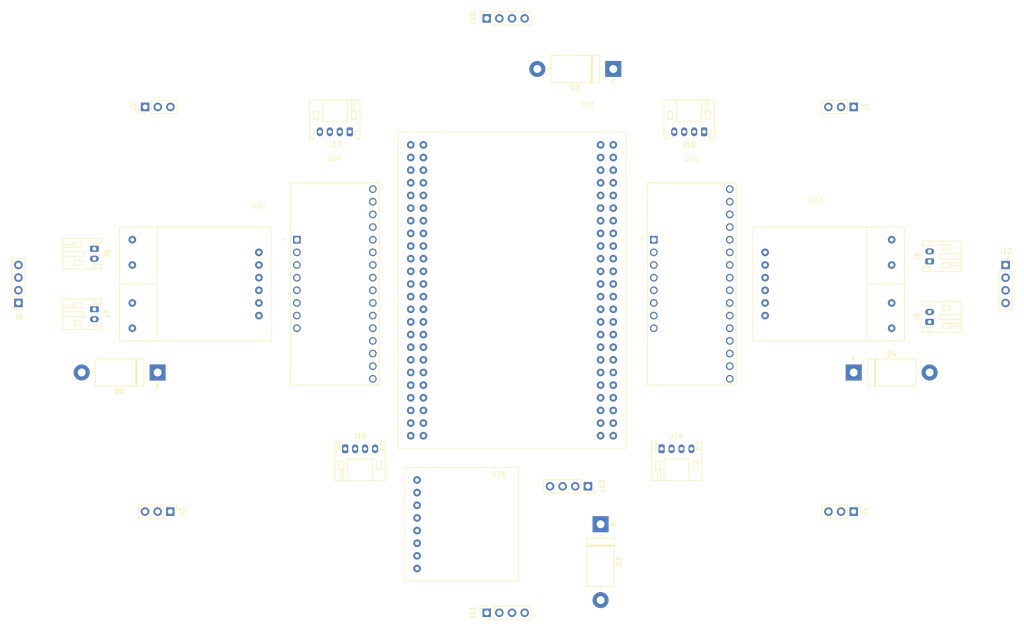
<source format=kicad_pcb>
(kicad_pcb (version 20240108) (generator "pcbnew") (generator_version "8.0")
  (layers (0 "F.Cu" signal) (31 "B.Cu" signal) (34 "B.Paste" user) (35 "F.Paste" user) (36 "B.SilkS" user "B.Silkscreen") (37 "F.SilkS" user "F.Silkscreen") (38 "B.Mask" user) (39 "F.Mask" user) (44 "Edge.Cuts" user))
  (net 0 "")
  (net 1 "/HCSR_ECHO")
  (net 2 "Net-(D1-A)")
  (net 3 "GNDD")
  (net 4 "Net-(D3-A)")
  (net 5 "Net-(D4-A)")
  (net 9 "/TIM1_CH1")
  (net 11 "/TIM1_CH4")
  (net 12 "/TIM10_CH3")
  (net 24 "/ENC3_A")
  (net 25 "/ENC2_A")
  (net 28 "+3.3V")
  (net 32 "/ENC4_B")
  (net 35 "/UART5_TX")
  (net 38 "/TIM1_CH2")
  (net 42 "/TIM10_CH4")
  (net 43 "/ENC3_B")
  (net 44 "/IR_MUX_SIG")
  (net 45 "/TIM10_CH1")
  (net 50 "/TIM10_CH2")
  (net 52 "/ENC4_A")
  (net 53 "/TIM1_CH3")
  (net 57 "/ENC1_B")
  (net 60 "/ENC1_A")
  (net 61 "/UART5_RX")
  (net 64 "/ENC2_B")
  (net 74 "/IR_MUX_S1")
  (net 77 "/IR_MUX_S0")
  (net 80 "/HCSR_MUX_EN")
  (net 88 "Net-(DD2-A-VCC)")
  (net 89 "Net-(DD2-B-GND)")
  (net 90 "+6V")
  (net 91 "Net-(DD2-B-VCC)")
  (net 92 "Net-(DD2-A-GND)")
  (net 93 "Net-(DD3-A-VCC)")
  (net 94 "Net-(DD3-B-GND)")
  (net 95 "Net-(DD3-B-VCC)")
  (net 96 "Net-(DD3-A-GND)")
  (net 104 "Net-(DD4-C3)")
  (net 106 "Net-(DD4-C2)")
  (net 109 "Net-(DD4-C0)")
  (net 111 "Net-(DD4-C1)")
  (net 117 "+5V")
  (net 118 "Net-(DD5-C0)")
  (net 123 "Net-(DD5-C3)")
  (net 124 "Net-(DD5-C1)")
  (net 125 "Net-(DD5-C2)")
  (net 130 "/INA_SCL")
  (net 131 "/INA_SDA")
  (net 134 "Net-(D2-A)")
  (footprint "Connector_JST:JST_PH_S4B-PH-K_1x04_P2.00mm_Horizontal" (layer "F.Cu") (at 116.74 118.36)
    (property "Reference" "J15" (at 3 -2.55 360) (layer "F.SilkS"))
    (property "Value" "Encoder3")
    (pad "1" thru_hole roundrect (at 0 0) (size 1.2 1.75) (drill 0.75) (layers "*.Cu" "*.Mask") (roundrect_rratio 0.208333) (net 28 "+3.3V"))
    (pad "2" thru_hole oval (at 2 0) (size 1.2 1.75) (drill 0.75) (layers "*.Cu" "*.Mask") (net 24 "/ENC3_A"))
    (pad "3" thru_hole oval (at 4 0) (size 1.2 1.75) (drill 0.75) (layers "*.Cu" "*.Mask") (net 43 "/ENC3_B"))
    (pad "4" thru_hole oval (at 6 0) (size 1.2 1.75) (drill 0.75) (layers "*.Cu" "*.Mask") (net 3 "GNDD"))
  )
  (footprint "Connector_JST:JST_PH_S4B-PH-K_1x04_P2.00mm_Horizontal" (layer "F.Cu") (at 117.66 54.68 180)
    (property "Reference" "J17" (at 3 -2.55 180) (layer "F.SilkS"))
    (property "Value" "Encoder1")
    (pad "1" thru_hole roundrect (at 0 0 180) (size 1.2 1.75) (drill 0.75) (layers "*.Cu" "*.Mask") (roundrect_rratio 0.208333) (net 28 "+3.3V"))
    (pad "2" thru_hole oval (at 2 0 180) (size 1.2 1.75) (drill 0.75) (layers "*.Cu" "*.Mask") (net 60 "/ENC1_A"))
    (pad "3" thru_hole oval (at 4 0 180) (size 1.2 1.75) (drill 0.75) (layers "*.Cu" "*.Mask") (net 57 "/ENC1_B"))
    (pad "4" thru_hole oval (at 6 0 180) (size 1.2 1.75) (drill 0.75) (layers "*.Cu" "*.Mask") (net 3 "GNDD"))
  )
  (footprint "Connector_JST:JST_PH_S4B-PH-K_1x04_P2.00mm_Horizontal" (layer "F.Cu") (at 180.24 118.36)
    (property "Reference" "J14" (at 3 -2.55 360) (layer "F.SilkS"))
    (property "Value" "Encoder4")
    (pad "1" thru_hole roundrect (at 0 0) (size 1.2 1.75) (drill 0.75) (layers "*.Cu" "*.Mask") (roundrect_rratio 0.208333) (net 28 "+3.3V"))
    (pad "2" thru_hole oval (at 2 0) (size 1.2 1.75) (drill 0.75) (layers "*.Cu" "*.Mask") (net 52 "/ENC4_A"))
    (pad "3" thru_hole oval (at 4 0) (size 1.2 1.75) (drill 0.75) (layers "*.Cu" "*.Mask") (net 32 "/ENC4_B"))
    (pad "4" thru_hole oval (at 6 0) (size 1.2 1.75) (drill 0.75) (layers "*.Cu" "*.Mask") (net 3 "GNDD"))
  )
  (footprint "INA226:INA226" (layer "F.Cu") (at 136.25 132.24)
    (property "Reference" "DD6" (at 11.43 -8.89 0) (layer "F.SilkS") (effects (font (thickness 0.1))))
    (property "Value" "~")
    (pad "0" thru_hole circle (at -5.08 -7.62) (size 1.524 1.524) (drill 0.762) (layers "*.Cu" "*.Mask"))
    (pad "1" thru_hole circle (at -5.08 -5.08) (size 1.524 1.524) (drill 0.762) (layers "*.Cu" "*.Mask"))
    (pad "2" thru_hole circle (at -5.08 -2.54) (size 1.524 1.524) (drill 0.762) (layers "*.Cu" "*.Mask") (net 90 "+6V"))
    (pad "3" thru_hole circle (at -5.08 0) (size 1.524 1.524) (drill 0.762) (layers "*.Cu" "*.Mask") (net 3 "GNDD"))
    (pad "4" thru_hole circle (at -5.08 2.54) (size 1.524 1.524) (drill 0.762) (layers "*.Cu" "*.Mask") (net 130 "/INA_SCL"))
    (pad "5" thru_hole circle (at -5.08 5.08) (size 1.524 1.524) (drill 0.762) (layers "*.Cu" "*.Mask") (net 131 "/INA_SDA"))
    (pad "6" thru_hole circle (at -5.08 7.62) (size 1.524 1.524) (drill 0.762) (layers "*.Cu" "*.Mask") (net 3 "GNDD"))
    (pad "7" thru_hole circle (at -5.08 10.16) (size 1.524 1.524) (drill 0.762) (layers "*.Cu" "*.Mask") (net 28 "+3.3V"))
  )
  (footprint "Connector_PinHeader_2.54mm:PinHeader_1x03_P2.54mm_Vertical" (layer "F.Cu") (at 76.59 49.69 90)
    (property "Reference" "J2" (at 0 -2.33 -90) (layer "F.SilkS"))
    (property "Value" "YL-63 ")
    (pad "1" thru_hole rect (at 0 0 90) (size 1.7 1.7) (drill 1) (layers "*.Cu" "*.Mask") (net 111 "Net-(DD4-C1)"))
    (pad "2" thru_hole oval (at 0 2.54 90) (size 1.7 1.7) (drill 1) (layers "*.Cu" "*.Mask") (net 28 "+3.3V"))
    (pad "3" thru_hole oval (at 0 5.08 90) (size 1.7 1.7) (drill 1) (layers "*.Cu" "*.Mask") (net 3 "GNDD"))
  )
  (footprint "Connector_PinSocket_2.54mm:PinSocket_1x04_P2.54mm_Vertical" (layer "F.Cu") (at 145.14 151.29 90)
    (property "Reference" "J11" (at 0 -2.77 90) (layer "F.SilkS"))
    (property "Value" "HC-SR04")
    (pad "1" thru_hole rect (at 0 0 90) (size 1.7 1.7) (drill 1) (layers "*.Cu" "*.Mask") (net 28 "+3.3V"))
    (pad "2" thru_hole oval (at 0 2.54 90) (size 1.7 1.7) (drill 1) (layers "*.Cu" "*.Mask") (net 125 "Net-(DD5-C2)"))
    (pad "3" thru_hole oval (at 0 5.08 90) (size 1.7 1.7) (drill 1) (layers "*.Cu" "*.Mask") (net 4 "Net-(D3-A)"))
    (pad "4" thru_hole oval (at 0 7.62 90) (size 1.7 1.7) (drill 1) (layers "*.Cu" "*.Mask") (net 3 "GNDD"))
  )
  (footprint "CH32V307VCT6_dev_board:CH32V307VCT6 dev board" (layer "F.Cu") (at 145.14 67.47)
    (property "Reference" "DD1" (at 20.32 -18.24 0) (layer "F.SilkS") (effects (font (thickness 0.1))))
    (property "Value" "~")
    (pad "0" thru_hole circle (at -15.24 -10.16) (size 1.524 1.524) (drill 0.762) (layers "*.Cu" "*.Mask") (net 28 "+3.3V"))
    (pad "1" thru_hole circle (at -12.7 -10.16) (size 1.524 1.524) (drill 0.762) (layers "*.Cu" "*.Mask") (net 3 "GNDD"))
    (pad "2" thru_hole circle (at -15.24 -7.62) (size 1.524 1.524) (drill 0.762) (layers "*.Cu" "*.Mask") (net 3 "GNDD"))
    (pad "3" thru_hole circle (at -12.7 -7.62) (size 1.524 1.524) (drill 0.762) (layers "*.Cu" "*.Mask"))
    (pad "4" thru_hole circle (at -15.24 -5.08) (size 1.524 1.524) (drill 0.762) (layers "*.Cu" "*.Mask"))
    (pad "5" thru_hole circle (at -12.7 -5.08) (size 1.524 1.524) (drill 0.762) (layers "*.Cu" "*.Mask"))
    (pad "6" thru_hole circle (at -15.24 -2.54) (size 1.524 1.524) (drill 0.762) (layers "*.Cu" "*.Mask") (net 52 "/ENC4_A"))
    (pad "7" thru_hole circle (at -12.7 -2.54) (size 1.524 1.524) (drill 0.762) (layers "*.Cu" "*.Mask") (net 32 "/ENC4_B"))
    (pad "8" thru_hole circle (at -15.24 0) (size 1.524 1.524) (drill 0.762) (layers "*.Cu" "*.Mask") (net 61 "/UART5_RX"))
    (pad "9" thru_hole circle (at -12.7 0) (size 1.524 1.524) (drill 0.762) (layers "*.Cu" "*.Mask") (net 35 "/UART5_TX"))
    (pad "10" thru_hole circle (at -15.24 2.54) (size 1.524 1.524) (drill 0.762) (layers "*.Cu" "*.Mask"))
    (pad "11" thru_hole circle (at -12.7 2.54) (size 1.524 1.524) (drill 0.762) (layers "*.Cu" "*.Mask") (net 42 "/TIM10_CH4"))
    (pad "12" thru_hole circle (at -15.24 5.08) (size 1.524 1.524) (drill 0.762) (layers "*.Cu" "*.Mask"))
    (pad "13" thru_hole circle (at -12.7 5.08) (size 1.524 1.524) (drill 0.762) (layers "*.Cu" "*.Mask") (net 12 "/TIM10_CH3"))
    (pad "14" thru_hole circle (at -15.24 7.62) (size 1.524 1.524) (drill 0.762) (layers "*.Cu" "*.Mask"))
    (pad "15" thru_hole circle (at -12.7 7.62) (size 1.524 1.524) (drill 0.762) (layers "*.Cu" "*.Mask") (net 50 "/TIM10_CH2"))
    (pad "16" thru_hole circle (at -15.24 10.16) (size 1.524 1.524) (drill 0.762) (layers "*.Cu" "*.Mask"))
    (pad "17" thru_hole circle (at -12.7 10.16) (size 1.524 1.524) (drill 0.762) (layers "*.Cu" "*.Mask") (net 45 "/TIM10_CH1"))
    (pad "18" thru_hole circle (at -15.24 12.7) (size 1.524 1.524) (drill 0.762) (layers "*.Cu" "*.Mask"))
    (pad "19" thru_hole circle (at -12.7 12.7) (size 1.524 1.524) (drill 0.762) (layers "*.Cu" "*.Mask"))
    (pad "20" thru_hole circle (at -15.24 15.24) (size 1.524 1.524) (drill 0.762) (layers "*.Cu" "*.Mask"))
    (pad "21" thru_hole circle (at -12.7 15.24) (size 1.524 1.524) (drill 0.762) (layers "*.Cu" "*.Mask"))
    (pad "22" thru_hole circle (at -15.24 17.78) (size 1.524 1.524) (drill 0.762) (layers "*.Cu" "*.Mask"))
    (pad "23" thru_hole circle (at -12.7 17.78) (size 1.524 1.524) (drill 0.762) (layers "*.Cu" "*.Mask"))
    (pad "24" thru_hole circle (at -15.24 20.32) (size 1.524 1.524) (drill 0.762) (layers "*.Cu" "*.Mask"))
    (pad "25" thru_hole circle (at -12.7 20.32) (size 1.524 1.524) (drill 0.762) (layers "*.Cu" "*.Mask"))
    (pad "26" thru_hole circle (at -15.24 22.86) (size 1.524 1.524) (drill 0.762) (layers "*.Cu" "*.Mask") (net 11 "/TIM1_CH4"))
    (pad "27" thru_hole circle (at -12.7 22.86) (size 1.524 1.524) (drill 0.762) (layers "*.Cu" "*.Mask") (net 53 "/TIM1_CH3"))
    (pad "28" thru_hole circle (at -15.24 25.4) (size 1.524 1.524) (drill 0.762) (layers "*.Cu" "*.Mask") (net 38 "/TIM1_CH2"))
    (pad "29" thru_hole circle (at -12.7 25.4) (size 1.524 1.524) (drill 0.762) (layers "*.Cu" "*.Mask") (net 9 "/TIM1_CH1"))
    (pad "30" thru_hole circle (at -15.24 27.94) (size 1.524 1.524) (drill 0.762) (layers "*.Cu" "*.Mask"))
    (pad "31" thru_hole circle (at -12.7 27.94) (size 1.524 1.524) (drill 0.762) (layers "*.Cu" "*.Mask"))
    (pad "32" thru_hole circle (at -15.24 30.48) (size 1.524 1.524) (drill 0.762) (layers "*.Cu" "*.Mask"))
    (pad "33" thru_hole circle (at -12.7 30.48) (size 1.524 1.524) (drill 0.762) (layers "*.Cu" "*.Mask"))
    (pad "34" thru_hole circle (at -15.24 33.02) (size 1.524 1.524) (drill 0.762) (layers "*.Cu" "*.Mask"))
    (pad "35" thru_hole circle (at -12.7 33.02) (size 1.524 1.524) (drill 0.762) (layers "*.Cu" "*.Mask"))
    (pad "36" thru_hole circle (at -15.24 35.56) (size 1.524 1.524) (drill 0.762) (layers "*.Cu" "*.Mask"))
    (pad "37" thru_hole circle (at -12.7 35.56) (size 1.524 1.524) (drill 0.762) (layers "*.Cu" "*.Mask"))
    (pad "38" thru_hole circle (at -15.24 38.1) (size 1.524 1.524) (drill 0.762) (layers "*.Cu" "*.Mask") (net 24 "/ENC3_A"))
    (pad "39" thru_hole circle (at -12.7 38.1) (size 1.524 1.524) (drill 0.762) (layers "*.Cu" "*.Mask"))
    (pad "40" thru_hole circle (at -15.24 40.64) (size 1.524 1.524) (drill 0.762) (layers "*.Cu" "*.Mask") (net 43 "/ENC3_B"))
    (pad "41" thru_hole circle (at -12.7 40.64) (size 1.524 1.524) (drill 0.762) (layers "*.Cu" "*.Mask"))
    (pad "42" thru_hole circle (at -15.24 43.18) (size 1.524 1.524) (drill 0.762) (layers "*.Cu" "*.Mask"))
    (pad "43" thru_hole circle (at -12.7 43.18) (size 1.524 1.524) (drill 0.762) (layers "*.Cu" "*.Mask"))
    (pad "44" thru_hole circle (at -15.24 45.72) (size 1.524 1.524) (drill 0.762) (layers "*.Cu" "*.Mask"))
    (pad "45" thru_hole circle (at -12.7 45.72) (size 1.524 1.524) (drill 0.762) (layers "*.Cu" "*.Mask"))
    (pad "46" thru_hole circle (at -15.24 48.26) (size 1.524 1.524) (drill 0.762) (layers "*.Cu" "*.Mask"))
    (pad "47" thru_hole circle (at -12.7 48.26) (size 1.524 1.524) (drill 0.762) (layers "*.Cu" "*.Mask") (net 3 "GNDD"))
    (pad "48" thru_hole circle (at 22.86 -10.16) (size 1.524 1.524) (drill 0.762) (layers "*.Cu" "*.Mask") (net 3 "GNDD"))
    (pad "49" thru_hole circle (at 25.4 -10.16) (size 1.524 1.524) (drill 0.762) (layers "*.Cu" "*.Mask") (net 3 "GNDD"))
    (pad "50" thru_hole circle (at 22.86 -7.62) (size 1.524 1.524) (drill 0.762) (layers "*.Cu" "*.Mask") (net 3 "GNDD"))
    (pad "51" thru_hole circle (at 25.4 -7.62) (size 1.524 1.524) (drill 0.762) (layers "*.Cu" "*.Mask") (net 3 "GNDD"))
    (pad "52" thru_hole circle (at 22.86 -5.08) (size 1.524 1.524) (drill 0.762) (layers "*.Cu" "*.Mask"))
    (pad "53" thru_hole circle (at 25.4 -5.08) (size 1.524 1.524) (drill 0.762) (layers "*.Cu" "*.Mask"))
    (pad "54" thru_hole circle (at 22.86 -2.54) (size 1.524 1.524) (drill 0.762) (layers "*.Cu" "*.Mask"))
    (pad "55" thru_hole circle (at 25.4 -2.54) (size 1.524 1.524) (drill 0.762) (layers "*.Cu" "*.Mask"))
    (pad "56" thru_hole circle (at 22.86 0) (size 1.524 1.524) (drill 0.762) (layers "*.Cu" "*.Mask"))
    (pad "57" thru_hole circle (at 25.4 0) (size 1.524 1.524) (drill 0.762) (layers "*.Cu" "*.Mask"))
    (pad "58" thru_hole circle (at 22.86 2.54) (size 1.524 1.524) (drill 0.762) (layers "*.Cu" "*.Mask"))
    (pad "59" thru_hole circle (at 25.4 2.54) (size 1.524 1.524) (drill 0.762) (layers "*.Cu" "*.Mask") (net 80 "/HCSR_MUX_EN"))
    (pad "60" thru_hole circle (at 22.86 5.08) (size 1.524 1.524) (drill 0.762) (layers "*.Cu" "*.Mask"))
    (pad "61" thru_hole circle (at 25.4 5.08) (size 1.524 1.524) (drill 0.762) (layers "*.Cu" "*.Mask"))
    (pad "62" thru_hole circle (at 22.86 7.62) (size 1.524 1.524) (drill 0.762) (layers "*.Cu" "*.Mask") (net 77 "/IR_MUX_S0"))
    (pad "63" thru_hole circle (at 25.4 7.62) (size 1.524 1.524) (drill 0.762) (layers "*.Cu" "*.Mask") (net 74 "/IR_MUX_S1"))
    (pad "64" thru_hole circle (at 22.86 10.16) (size 1.524 1.524) (drill 0.762) (layers "*.Cu" "*.Mask") (net 44 "/IR_MUX_SIG"))
    (pad "65" thru_hole circle (at 25.4 10.16) (size 1.524 1.524) (drill 0.762) (layers "*.Cu" "*.Mask") (net 1 "/HCSR_ECHO"))
    (pad "66" thru_hole circle (at 22.86 12.7) (size 1.524 1.524) (drill 0.762) (layers "*.Cu" "*.Mask") (net 60 "/ENC1_A"))
    (pad "67" thru_hole circle (at 25.4 12.7) (size 1.524 1.524) (drill 0.762) (layers "*.Cu" "*.Mask") (net 57 "/ENC1_B"))
    (pad "68" thru_hole circle (at 22.86 15.24) (size 1.524 1.524) (drill 0.762) (layers "*.Cu" "*.Mask") (net 25 "/ENC2_A"))
    (pad "69" thru_hole circle (at 25.4 15.24) (size 1.524 1.524) (drill 0.762) (layers "*.Cu" "*.Mask") (net 64 "/ENC2_B"))
    (pad "70" thru_hole circle (at 22.86 17.78) (size 1.524 1.524) (drill 0.762) (layers "*.Cu" "*.Mask"))
    (pad "71" thru_hole circle (at 25.4 17.78) (size 1.524 1.524) (drill 0.762) (layers "*.Cu" "*.Mask"))
    (pad "72" thru_hole circle (at 22.86 20.32) (size 1.524 1.524) (drill 0.762) (layers "*.Cu" "*.Mask"))
    (pad "73" thru_hole circle (at 25.4 20.32) (size 1.524 1.524) (drill 0.762) (layers "*.Cu" "*.Mask"))
    (pad "74" thru_hole circle (at 22.86 22.86) (size 1.524 1.524) (drill 0.762) (layers "*.Cu" "*.Mask"))
    (pad "75" thru_hole circle (at 25.4 22.86) (size 1.524 1.524) (drill 0.762) (layers "*.Cu" "*.Mask"))
    (pad "76" thru_hole circle (at 22.86 25.4) (size 1.524 1.524) (drill 0.762) (layers "*.Cu" "*.Mask"))
    (pad "77" thru_hole circle (at 25.4 25.4) (size 1.524 1.524) (drill 0.762) (layers "*.Cu" "*.Mask"))
    (pad "78" thru_hole circle (at 22.86 27.94) (size 1.524 1.524) (drill 0.762) (layers "*.Cu" "*.Mask"))
    (pad "79" thru_hole circle (at 25.4 27.94) (size 1.524 1.524) (drill 0.762) (layers "*.Cu" "*.Mask"))
    (pad "80" thru_hole circle (at 22.86 30.48) (size 1.524 1.524) (drill 0.762) (layers "*.Cu" "*.Mask"))
    (pad "81" thru_hole circle (at 25.4 30.48) (size 1.524 1.524) (drill 0.762) (layers "*.Cu" "*.Mask"))
    (pad "82" thru_hole circle (at 22.86 33.02) (size 1.524 1.524) (drill 0.762) (layers "*.Cu" "*.Mask"))
    (pad "83" thru_hole circle (at 25.4 33.02) (size 1.524 1.524) (drill 0.762) (layers "*.Cu" "*.Mask"))
    (pad "84" thru_hole circle (at 22.86 35.56) (size 1.524 1.524) (drill 0.762) (layers "*.Cu" "*.Mask"))
    (pad "85" thru_hole circle (at 25.4 35.56) (size 1.524 1.524) (drill 0.762) (layers "*.Cu" "*.Mask"))
    (pad "86" thru_hole circle (at 22.86 38.1) (size 1.524 1.524) (drill 0.762) (layers "*.Cu" "*.Mask"))
    (pad "87" thru_hole circle (at 25.4 38.1) (size 1.524 1.524) (drill 0.762) (layers "*.Cu" "*.Mask"))
    (pad "88" thru_hole circle (at 22.86 40.64) (size 1.524 1.524) (drill 0.762) (layers "*.Cu" "*.Mask"))
    (pad "89" thru_hole circle (at 25.4 40.64) (size 1.524 1.524) (drill 0.762) (layers "*.Cu" "*.Mask"))
    (pad "90" thru_hole circle (at 22.86 43.18) (size 1.524 1.524) (drill 0.762) (layers "*.Cu" "*.Mask") (net 3 "GNDD"))
    (pad "91" thru_hole circle (at 25.4 43.18) (size 1.524 1.524) (drill 0.762) (layers "*.Cu" "*.Mask") (net 28 "+3.3V"))
    (pad "92" thru_hole circle (at 22.86 45.72) (size 1.524 1.524) (drill 0.762) (layers "*.Cu" "*.Mask") (net 3 "GNDD"))
    (pad "93" thru_hole circle (at 25.4 45.72) (size 1.524 1.524) (drill 0.762) (layers "*.Cu" "*.Mask") (net 28 "+3.3V"))
    (pad "94" thru_hole circle (at 22.86 48.26) (size 1.524 1.524) (drill 0.762) (layers "*.Cu" "*.Mask") (net 3 "GNDD"))
    (pad "95" thru_hole circle (at 25.4 48.26) (size 1.524 1.524) (drill 0.762) (layers "*.Cu" "*.Mask") (net 28 "+3.3V"))
  )
  (footprint "Connector_PinSocket_2.54mm:PinSocket_1x04_P2.54mm_Vertical" (layer "F.Cu") (at 145.14 31.91 90)
    (property "Reference" "J10" (at 0 -2.77 90) (layer "F.SilkS"))
    (property "Value" "HC-SR04")
    (pad "1" thru_hole rect (at 0 0 90) (size 1.7 1.7) (drill 1) (layers "*.Cu" "*.Mask") (net 28 "+3.3V"))
    (pad "2" thru_hole oval (at 0 2.54 90) (size 1.7 1.7) (drill 1) (layers "*.Cu" "*.Mask") (net 124 "Net-(DD5-C1)"))
    (pad "3" thru_hole oval (at 0 5.08 90) (size 1.7 1.7) (drill 1) (layers "*.Cu" "*.Mask") (net 134 "Net-(D2-A)"))
    (pad "4" thru_hole oval (at 0 7.62 90) (size 1.7 1.7) (drill 1) (layers "*.Cu" "*.Mask") (net 3 "GNDD"))
  )
  (footprint "Connector_JST:JST_PH_S2B-PH-K_1x02_P2.00mm_Horizontal" (layer "F.Cu") (at 66.4 78.17 -90)
    (property "Reference" "J8" (at 1 -2.55 90) (layer "F.SilkS"))
    (property "Value" "DC_Conn")
    (pad "1" thru_hole roundrect (at 0 0 270) (size 1.2 1.75) (drill 0.75) (layers "*.Cu" "*.Mask") (roundrect_rratio 0.208333) (net 91 "Net-(DD2-B-VCC)"))
    (pad "2" thru_hole oval (at 2 0 270) (size 1.2 1.75) (drill 0.75) (layers "*.Cu" "*.Mask") (net 89 "Net-(DD2-B-GND)"))
  )
  (footprint "Connector_JST:JST_PH_S4B-PH-K_1x04_P2.00mm_Horizontal" (layer "F.Cu") (at 188.78 54.68 180)
    (property "Reference" "J16" (at 3 -2.55 180) (layer "F.SilkS"))
    (property "Value" "Encoder2")
    (pad "1" thru_hole roundrect (at 0 0 180) (size 1.2 1.75) (drill 0.75) (layers "*.Cu" "*.Mask") (roundrect_rratio 0.208333) (net 28 "+3.3V"))
    (pad "2" thru_hole oval (at 2 0 180) (size 1.2 1.75) (drill 0.75) (layers "*.Cu" "*.Mask") (net 25 "/ENC2_A"))
    (pad "3" thru_hole oval (at 4 0 180) (size 1.2 1.75) (drill 0.75) (layers "*.Cu" "*.Mask") (net 64 "/ENC2_B"))
    (pad "4" thru_hole oval (at 6 0 180) (size 1.2 1.75) (drill 0.75) (layers "*.Cu" "*.Mask") (net 3 "GNDD"))
  )
  (footprint "Connector_PinSocket_2.54mm:PinSocket_1x04_P2.54mm_Vertical" (layer "F.Cu") (at 165.46 125.89 -90)
    (property "Reference" "J13" (at 0 -2.77 -90) (layer "F.SilkS"))
    (property "Value" "UART_CMD_IFACE")
    (pad "1" thru_hole rect (at 0 0 270) (size 1.7 1.7) (drill 1) (layers "*.Cu" "*.Mask") (net 28 "+3.3V"))
    (pad "2" thru_hole oval (at 0 2.54 270) (size 1.7 1.7) (drill 1) (layers "*.Cu" "*.Mask") (net 61 "/UART5_RX"))
    (pad "3" thru_hole oval (at 0 5.08 270) (size 1.7 1.7) (drill 1) (layers "*.Cu" "*.Mask") (net 35 "/UART5_TX"))
    (pad "4" thru_hole oval (at 0 7.62 270) (size 1.7 1.7) (drill 1) (layers "*.Cu" "*.Mask") (net 3 "GNDD"))
  )
  (footprint "Connector_PinHeader_2.54mm:PinHeader_1x03_P2.54mm_Vertical" (layer "F.Cu") (at 81.64 130.97 -90)
    (property "Reference" "J3" (at 0 -2.33 90) (layer "F.SilkS"))
    (property "Value" "YL-63 ")
    (pad "1" thru_hole rect (at 0 0 270) (size 1.7 1.7) (drill 1) (layers "*.Cu" "*.Mask") (net 106 "Net-(DD4-C2)"))
    (pad "2" thru_hole oval (at 0 2.54 270) (size 1.7 1.7) (drill 1) (layers "*.Cu" "*.Mask") (net 28 "+3.3V"))
    (pad "3" thru_hole oval (at 0 5.08 270) (size 1.7 1.7) (drill 1) (layers "*.Cu" "*.Mask") (net 3 "GNDD"))
  )
  (footprint "Diode_THT:D_DO-201AD_P15.24mm_Horizontal" (layer "F.Cu") (at 170.54 42.07 180)
    (property "Reference" "D2" (at 7.62 -3.72 180) (layer "F.SilkS"))
    (property "Value" "1N5820")
    (fp_text user "K" (at 0 -2.6 180) (layer "F.SilkS"))
    (pad "1" thru_hole rect (at 0 0 180) (size 3.2 3.2) (drill 1.6) (layers "*.Cu" "*.Mask") (net 1 "/HCSR_ECHO"))
    (pad "2" thru_hole oval (at 15.24 0 180) (size 3.2 3.2) (drill 1.6) (layers "*.Cu" "*.Mask") (net 134 "Net-(D2-A)"))
  )
  (footprint "Diode_THT:D_DO-201AD_P15.24mm_Horizontal" (layer "F.Cu") (at 218.8 103.03)
    (property "Reference" "D4" (at 7.62 -3.72 0) (layer "F.SilkS"))
    (property "Value" "1N5820")
    (fp_text user "K" (at 0 -2.6 0) (layer "F.SilkS"))
    (pad "1" thru_hole rect (at 0 0) (size 3.2 3.2) (drill 1.6) (layers "*.Cu" "*.Mask") (net 1 "/HCSR_ECHO"))
    (pad "2" thru_hole oval (at 15.24 0) (size 3.2 3.2) (drill 1.6) (layers "*.Cu" "*.Mask") (net 5 "Net-(D4-A)"))
  )
  (footprint "CD74HC4067_good:CD74HC4067_GOOD" (layer "F.Cu") (at 114.66 75.34)
    (property "Reference" "DD4" (at 0 -15.24 0) (layer "F.SilkS") (effects (font (thickness 0.1))))
    (property "Value" "~")
    (pad "0" thru_hole rect (at -7.62 1.02) (size 1.53 1.53) (drill 1.02) (layers "*.Cu" "*.Mask") (net 3 "GNDD"))
    (pad "1" thru_hole circle (at -7.62 3.56) (size 1.53 1.53) (drill 1.02) (layers "*.Cu" "*.Mask") (net 28 "+3.3V"))
    (pad "2" thru_hole circle (at -7.62 6.1) (size 1.53 1.53) (drill 1.02) (layers "*.Cu" "*.Mask") (net 3 "GNDD"))
    (pad "3" thru_hole circle (at -7.62 8.64) (size 1.53 1.53) (drill 1.02) (layers "*.Cu" "*.Mask") (net 77 "/IR_MUX_S0"))
    (pad "4" thru_hole circle (at -7.62 11.18) (size 1.53 1.53) (drill 1.02) (layers "*.Cu" "*.Mask") (net 74 "/IR_MUX_S1"))
    (pad "5" thru_hole circle (at -7.62 13.72) (size 1.53 1.53) (drill 1.02) (layers "*.Cu" "*.Mask") (net 3 "GNDD"))
    (pad "6" thru_hole circle (at -7.62 16.26) (size 1.53 1.53) (drill 1.02) (layers "*.Cu" "*.Mask") (net 3 "GNDD"))
    (pad "7" thru_hole circle (at -7.62 18.8) (size 1.53 1.53) (drill 1.02) (layers "*.Cu" "*.Mask") (net 44 "/IR_MUX_SIG"))
    (pad "8" thru_hole circle (at 7.62 -9.14) (size 1.53 1.53) (drill 1.02) (layers "*.Cu" "*.Mask") (net 109 "Net-(DD4-C0)"))
    (pad "9" thru_hole circle (at 7.62 -6.6) (size 1.53 1.53) (drill 1.02) (layers "*.Cu" "*.Mask") (net 111 "Net-(DD4-C1)"))
    (pad "10" thru_hole circle (at 7.62 -4.06) (size 1.53 1.53) (drill 1.02) (layers "*.Cu" "*.Mask") (net 106 "Net-(DD4-C2)"))
    (pad "11" thru_hole circle (at 7.62 -1.52) (size 1.53 1.53) (drill 1.02) (layers "*.Cu" "*.Mask") (net 104 "Net-(DD4-C3)"))
    (pad "12" thru_hole circle (at 7.62 1.02) (size 1.53 1.53) (drill 1.02) (layers "*.Cu" "*.Mask"))
    (pad "13" thru_hole circle (at 7.62 3.56) (size 1.53 1.53) (drill 1.02) (layers "*.Cu" "*.Mask"))
    (pad "14" thru_hole circle (at 7.62 6.1) (size 1.53 1.53) (drill 1.02) (layers "*.Cu" "*.Mask"))
    (pad "15" thru_hole circle (at 7.62 8.64) (size 1.53 1.53) (drill 1.02) (layers "*.Cu" "*.Mask"))
    (pad "16" thru_hole circle (at 7.62 11.18) (size 1.53 1.53) (drill 1.02) (layers "*.Cu" "*.Mask"))
    (pad "17" thru_hole circle (at 7.62 13.72) (size 1.53 1.53) (drill 1.02) (layers "*.Cu" "*.Mask"))
    (pad "18" thru_hole circle (at 7.62 16.26) (size 1.53 1.53) (drill 1.02) (layers "*.Cu" "*.Mask"))
    (pad "19" thru_hole circle (at 7.62 18.8) (size 1.53 1.53) (drill 1.02) (layers "*.Cu" "*.Mask"))
    (pad "20" thru_hole circle (at 7.62 21.34) (size 1.53 1.53) (drill 1.02) (layers "*.Cu" "*.Mask"))
    (pad "21" thru_hole circle (at 7.62 23.88) (size 1.53 1.53) (drill 1.02) (layers "*.Cu" "*.Mask"))
    (pad "22" thru_hole circle (at 7.62 26.42) (size 1.53 1.53) (drill 1.02) (layers "*.Cu" "*.Mask"))
    (pad "23" thru_hole circle (at 7.62 28.96) (size 1.53 1.53) (drill 1.02) (layers "*.Cu" "*.Mask"))
  )
  (footprint "Diode_THT:D_DO-201AD_P15.24mm_Horizontal" (layer "F.Cu") (at 79.1 103.03 180)
    (property "Reference" "D1" (at 7.62 -3.72 180) (layer "F.SilkS"))
    (property "Value" "1N5820")
    (fp_text user "K" (at 0 -2.6 180) (layer "F.SilkS"))
    (pad "1" thru_hole rect (at 0 0 180) (size 3.2 3.2) (drill 1.6) (layers "*.Cu" "*.Mask") (net 1 "/HCSR_ECHO"))
    (pad "2" thru_hole oval (at 15.24 0 180) (size 3.2 3.2) (drill 1.6) (layers "*.Cu" "*.Mask") (net 2 "Net-(D1-A)"))
  )
  (footprint "L9110S:L9110S" (layer "F.Cu") (at 211.18 81.44)
    (property "Reference" "DD3" (at 0 -13 0) (layer "F.SilkS") (effects (font (thickness 0.1))))
    (property "Value" "~")
    (pad "0" thru_hole circle (at -10.16 -2.54) (size 1.524 1.524) (drill 0.762) (layers "*.Cu" "*.Mask") (net 9 "/TIM1_CH1"))
    (pad "1" thru_hole circle (at -10.16 0) (size 1.524 1.524) (drill 0.762) (layers "*.Cu" "*.Mask") (net 38 "/TIM1_CH2"))
    (pad "2" thru_hole circle (at -10.16 2.54) (size 1.524 1.524) (drill 0.762) (layers "*.Cu" "*.Mask") (net 3 "GNDD"))
    (pad "3" thru_hole circle (at -10.16 5.08) (size 1.524 1.524) (drill 0.762) (layers "*.Cu" "*.Mask") (net 90 "+6V"))
    (pad "4" thru_hole circle (at -10.16 7.62) (size 1.524 1.524) (drill 0.762) (layers "*.Cu" "*.Mask") (net 53 "/TIM1_CH3"))
    (pad "5" thru_hole circle (at -10.16 10.16) (size 1.524 1.524) (drill 0.762) (layers "*.Cu" "*.Mask") (net 11 "/TIM1_CH4"))
    (pad "6" thru_hole circle (at 15.24 -5.08) (size 1.524 1.524) (drill 0.762) (layers "*.Cu" "*.Mask") (net 93 "Net-(DD3-A-VCC)"))
    (pad "7" thru_hole circle (at 15.24 0) (size 1.524 1.524) (drill 0.762) (layers "*.Cu" "*.Mask") (net 96 "Net-(DD3-A-GND)"))
    (pad "8" thru_hole circle (at 15.24 7.62) (size 1.524 1.524) (drill 0.762) (layers "*.Cu" "*.Mask") (net 95 "Net-(DD3-B-VCC)"))
    (pad "9" thru_hole circle (at 15.24 12.7) (size 1.524 1.524) (drill 0.762) (layers "*.Cu" "*.Mask") (net 94 "Net-(DD3-B-GND)"))
  )
  (footprint "Connector_JST:JST_PH_S2B-PH-K_1x02_P2.00mm_Horizontal" (layer "F.Cu") (at 234.04 80.71 90)
    (property "Reference" "J5" (at 1 -2.55 270) (layer "F.SilkS"))
    (property "Value" "DC_Conn")
    (pad "1" thru_hole roundrect (at 0 0 90) (size 1.2 1.75) (drill 0.75) (layers "*.Cu" "*.Mask") (roundrect_rratio 0.208333) (net 93 "Net-(DD3-A-VCC)"))
    (pad "2" thru_hole oval (at 2 0 90) (size 1.2 1.75) (drill 0.75) (layers "*.Cu" "*.Mask") (net 96 "Net-(DD3-A-GND)"))
  )
  (footprint "Connector_PinHeader_2.54mm:PinHeader_1x03_P2.54mm_Vertical" (layer "F.Cu") (at 218.8 49.69 -90)
    (property "Reference" "J1" (at 0 -2.33 90) (layer "F.SilkS"))
    (property "Value" "YL-63 ")
    (pad "1" thru_hole rect (at 0 0 270) (size 1.7 1.7) (drill 1) (layers "*.Cu" "*.Mask") (net 109 "Net-(DD4-C0)"))
    (pad "2" thru_hole oval (at 0 2.54 270) (size 1.7 1.7) (drill 1) (layers "*.Cu" "*.Mask") (net 28 "+3.3V"))
    (pad "3" thru_hole oval (at 0 5.08 270) (size 1.7 1.7) (drill 1) (layers "*.Cu" "*.Mask") (net 3 "GNDD"))
  )
  (footprint "CD74HC4067_good:CD74HC4067_GOOD" (layer "F.Cu") (at 186.2975 75.34)
    (property "Reference" "DD5" (at 0 -15.24 0) (layer "F.SilkS") (effects (font (thickness 0.1))))
    (property "Value" "~")
    (pad "0" thru_hole rect (at -7.62 1.02) (size 1.53 1.53) (drill 1.02) (layers "*.Cu" "*.Mask") (net 3 "GNDD"))
    (pad "1" thru_hole circle (at -7.62 3.56) (size 1.53 1.53) (drill 1.02) (layers "*.Cu" "*.Mask") (net 117 "+5V"))
    (pad "2" thru_hole circle (at -7.62 6.1) (size 1.53 1.53) (drill 1.02) (layers "*.Cu" "*.Mask") (net 80 "/HCSR_MUX_EN"))
    (pad "3" thru_hole circle (at -7.62 8.64) (size 1.53 1.53) (drill 1.02) (layers "*.Cu" "*.Mask") (net 28 "+3.3V"))
    (pad "4" thru_hole circle (at -7.62 11.18) (size 1.53 1.53) (drill 1.02) (layers "*.Cu" "*.Mask") (net 28 "+3.3V"))
    (pad "5" thru_hole circle (at -7.62 13.72) (size 1.53 1.53) (drill 1.02) (layers "*.Cu" "*.Mask") (net 3 "GNDD"))
    (pad "6" thru_hole circle (at -7.62 16.26) (size 1.53 1.53) (drill 1.02) (layers "*.Cu" "*.Mask") (net 3 "GNDD"))
    (pad "7" thru_hole circle (at -7.62 18.8) (size 1.53 1.53) (drill 1.02) (layers "*.Cu" "*.Mask") (net 117 "+5V"))
    (pad "8" thru_hole circle (at 7.62 -9.14) (size 1.53 1.53) (drill 1.02) (layers "*.Cu" "*.Mask") (net 118 "Net-(DD5-C0)"))
    (pad "9" thru_hole circle (at 7.62 -6.6) (size 1.53 1.53) (drill 1.02) (layers "*.Cu" "*.Mask") (net 124 "Net-(DD5-C1)"))
    (pad "10" thru_hole circle (at 7.62 -4.06) (size 1.53 1.53) (drill 1.02) (layers "*.Cu" "*.Mask") (net 125 "Net-(DD5-C2)"))
    (pad "11" thru_hole circle (at 7.62 -1.52) (size 1.53 1.53) (drill 1.02) (layers "*.Cu" "*.Mask") (net 123 "Net-(DD5-C3)"))
    (pad "12" thru_hole circle (at 7.62 1.02) (size 1.53 1.53) (drill 1.02) (layers "*.Cu" "*.Mask"))
    (pad "13" thru_hole circle (at 7.62 3.56) (size 1.53 1.53) (drill 1.02) (layers "*.Cu" "*.Mask"))
    (pad "14" thru_hole circle (at 7.62 6.1) (size 1.53 1.53) (drill 1.02) (layers "*.Cu" "*.Mask"))
    (pad "15" thru_hole circle (at 7.62 8.64) (size 1.53 1.53) (drill 1.02) (layers "*.Cu" "*.Mask"))
    (pad "16" thru_hole circle (at 7.62 11.18) (size 1.53 1.53) (drill 1.02) (layers "*.Cu" "*.Mask"))
    (pad "17" thru_hole circle (at 7.62 13.72) (size 1.53 1.53) (drill 1.02) (layers "*.Cu" "*.Mask"))
    (pad "18" thru_hole circle (at 7.62 16.26) (size 1.53 1.53) (drill 1.02) (layers "*.Cu" "*.Mask"))
    (pad "19" thru_hole circle (at 7.62 18.8) (size 1.53 1.53) (drill 1.02) (layers "*.Cu" "*.Mask"))
    (pad "20" thru_hole circle (at 7.62 21.34) (size 1.53 1.53) (drill 1.02) (layers "*.Cu" "*.Mask"))
    (pad "21" thru_hole circle (at 7.62 23.88) (size 1.53 1.53) (drill 1.02) (layers "*.Cu" "*.Mask"))
    (pad "22" thru_hole circle (at 7.62 26.42) (size 1.53 1.53) (drill 1.02) (layers "*.Cu" "*.Mask"))
    (pad "23" thru_hole circle (at 7.62 28.96) (size 1.53 1.53) (drill 1.02) (layers "*.Cu" "*.Mask"))
  )
  (footprint "Connector_JST:JST_PH_S2B-PH-K_1x02_P2.00mm_Horizontal" (layer "F.Cu") (at 66.4 90.33 -90)
    (property "Reference" "J7" (at 1 -2.55 90) (layer "F.SilkS"))
    (property "Value" "DC_Conn")
    (pad "1" thru_hole roundrect (at 0 0 270) (size 1.2 1.75) (drill 0.75) (layers "*.Cu" "*.Mask") (roundrect_rratio 0.208333) (net 88 "Net-(DD2-A-VCC)"))
    (pad "2" thru_hole oval (at 2 0 270) (size 1.2 1.75) (drill 0.75) (layers "*.Cu" "*.Mask") (net 92 "Net-(DD2-A-GND)"))
  )
  (footprint "Connector_JST:JST_PH_S2B-PH-K_1x02_P2.00mm_Horizontal" (layer "F.Cu") (at 234.04 92.87 90)
    (property "Reference" "J6" (at 1 -2.55 270) (layer "F.SilkS"))
    (property "Value" "DC_Conn")
    (pad "1" thru_hole roundrect (at 0 0 90) (size 1.2 1.75) (drill 0.75) (layers "*.Cu" "*.Mask") (roundrect_rratio 0.208333) (net 95 "Net-(DD3-B-VCC)"))
    (pad "2" thru_hole oval (at 2 0 90) (size 1.2 1.75) (drill 0.75) (layers "*.Cu" "*.Mask") (net 94 "Net-(DD3-B-GND)"))
  )
  (footprint "Connector_PinSocket_2.54mm:PinSocket_1x04_P2.54mm_Vertical" (layer "F.Cu") (at 249.28 81.45)
    (property "Reference" "J12" (at 0 -2.77 0) (layer "F.SilkS"))
    (property "Value" "HC-SR04")
    (pad "1" thru_hole rect (at 0 0) (size 1.7 1.7) (drill 1) (layers "*.Cu" "*.Mask") (net 28 "+3.3V"))
    (pad "2" thru_hole oval (at 0 2.54) (size 1.7 1.7) (drill 1) (layers "*.Cu" "*.Mask") (net 123 "Net-(DD5-C3)"))
    (pad "3" thru_hole oval (at 0 5.08) (size 1.7 1.7) (drill 1) (layers "*.Cu" "*.Mask") (net 5 "Net-(D4-A)"))
    (pad "4" thru_hole oval (at 0 7.62) (size 1.7 1.7) (drill 1) (layers "*.Cu" "*.Mask") (net 3 "GNDD"))
  )
  (footprint "Diode_THT:D_DO-201AD_P15.24mm_Horizontal" (layer "F.Cu") (at 168 133.51 -90)
    (property "Reference" "D3" (at 7.62 -3.72 90) (layer "F.SilkS"))
    (property "Value" "1N5820")
    (fp_text user "K" (at 0 -2.6 90) (layer "F.SilkS"))
    (pad "1" thru_hole rect (at 0 0 270) (size 3.2 3.2) (drill 1.6) (layers "*.Cu" "*.Mask") (net 1 "/HCSR_ECHO"))
    (pad "2" thru_hole oval (at 15.24 0 270) (size 3.2 3.2) (drill 1.6) (layers "*.Cu" "*.Mask") (net 4 "Net-(D3-A)"))
  )
  (footprint "Connector_PinSocket_2.54mm:PinSocket_1x04_P2.54mm_Vertical" (layer "F.Cu") (at 51.16 89.05 180)
    (property "Reference" "J9" (at 0 -2.77 180) (layer "F.SilkS"))
    (property "Value" "HC-SR04")
    (pad "1" thru_hole rect (at 0 0 180) (size 1.7 1.7) (drill 1) (layers "*.Cu" "*.Mask") (net 28 "+3.3V"))
    (pad "2" thru_hole oval (at 0 2.54 180) (size 1.7 1.7) (drill 1) (layers "*.Cu" "*.Mask") (net 118 "Net-(DD5-C0)"))
    (pad "3" thru_hole oval (at 0 5.08 180) (size 1.7 1.7) (drill 1) (layers "*.Cu" "*.Mask") (net 2 "Net-(D1-A)"))
    (pad "4" thru_hole oval (at 0 7.62 180) (size 1.7 1.7) (drill 1) (layers "*.Cu" "*.Mask") (net 3 "GNDD"))
  )
  (footprint "Connector_PinHeader_2.54mm:PinHeader_1x03_P2.54mm_Vertical" (layer "F.Cu") (at 218.8 130.97 -90)
    (property "Reference" "J4" (at 0 -2.33 90) (layer "F.SilkS"))
    (property "Value" "YL-63 ")
    (pad "1" thru_hole rect (at 0 0 270) (size 1.7 1.7) (drill 1) (layers "*.Cu" "*.Mask") (net 104 "Net-(DD4-C3)"))
    (pad "2" thru_hole oval (at 0 2.54 270) (size 1.7 1.7) (drill 1) (layers "*.Cu" "*.Mask") (net 28 "+3.3V"))
    (pad "3" thru_hole oval (at 0 5.08 270) (size 1.7 1.7) (drill 1) (layers "*.Cu" "*.Mask") (net 3 "GNDD"))
  )
  (footprint "L9110S:L9110S" (layer "F.Cu") (at 89.26 89.06 180)
    (property "Reference" "DD2" (at -10.16 19.51 0) (layer "F.SilkS") (effects (font (thickness 0.1))))
    (property "Value" "~")
    (pad "0" thru_hole circle (at -10.16 -2.54 180) (size 1.524 1.524) (drill 0.762) (layers "*.Cu" "*.Mask") (net 45 "/TIM10_CH1"))
    (pad "1" thru_hole circle (at -10.16 0 180) (size 1.524 1.524) (drill 0.762) (layers "*.Cu" "*.Mask") (net 50 "/TIM10_CH2"))
    (pad "2" thru_hole circle (at -10.16 2.54 180) (size 1.524 1.524) (drill 0.762) (layers "*.Cu" "*.Mask") (net 3 "GNDD"))
    (pad "3" thru_hole circle (at -10.16 5.08 180) (size 1.524 1.524) (drill 0.762) (layers "*.Cu" "*.Mask") (net 90 "+6V"))
    (pad "4" thru_hole circle (at -10.16 7.62 180) (size 1.524 1.524) (drill 0.762) (layers "*.Cu" "*.Mask") (net 12 "/TIM10_CH3"))
    (pad "5" thru_hole circle (at -10.16 10.16 180) (size 1.524 1.524) (drill 0.762) (layers "*.Cu" "*.Mask") (net 42 "/TIM10_CH4"))
    (pad "6" thru_hole circle (at 15.24 -5.08 180) (size 1.524 1.524) (drill 0.762) (layers "*.Cu" "*.Mask") (net 88 "Net-(DD2-A-VCC)"))
    (pad "7" thru_hole circle (at 15.24 0 180) (size 1.524 1.524) (drill 0.762) (layers "*.Cu" "*.Mask") (net 92 "Net-(DD2-A-GND)"))
    (pad "8" thru_hole circle (at 15.24 7.62 180) (size 1.524 1.524) (drill 0.762) (layers "*.Cu" "*.Mask") (net 91 "Net-(DD2-B-VCC)"))
    (pad "9" thru_hole circle (at 15.24 12.7 180) (size 1.524 1.524) (drill 0.762) (layers "*.Cu" "*.Mask") (net 89 "Net-(DD2-B-GND)"))
  )
)
</source>
